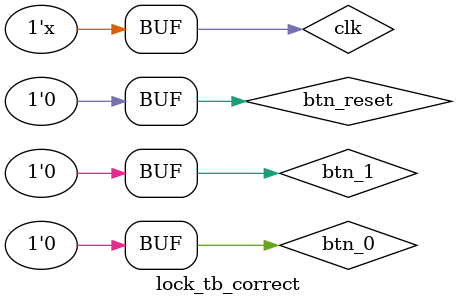
<source format=v>
module lock_tb_correct();
reg clk=0;
reg btn_reset;
reg btn_0 = 0;
reg btn_1 = 0;
wire unlock;

always clk = #5 ~clk;

lock_top i_uut(
	.clk(clk),
	.btn_reset(btn_reset),
	.btn_0(btn_0),
	.btn_1(btn_1),
	.unlock(unlock)
);

initial begin
	btn_reset=1;
	#10;btn_reset=0;
	#10;btn_1 = 1;
	#10;btn_1 = 0;

	#100;btn_1 = 1;
	#10;btn_1 = 0;

	#10;btn_0 = 1;
	#10;btn_0 = 0;

	#100;btn_0 = 1;
	#10;btn_0 = 0;

	#10;btn_1 = 1;
	#10;btn_1 = 0;
	
	#10;btn_reset=0;

	
end

endmodule
</source>
